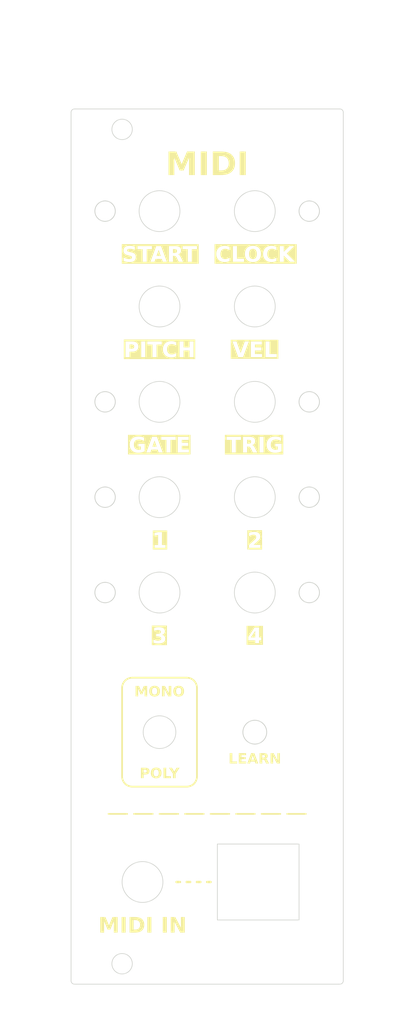
<source format=kicad_pcb>
(kicad_pcb (version 20241229) (generator "pcbnew") (generator_version "9.0")
  (layers (0 "F.Cu" signal) (2 "B.Cu" signal) (13 "F.Paste" user) (15 "B.Paste" user) (5 "F.SilkS" user "F.Silkscreen") (7 "B.SilkS" user "B.Silkscreen") (1 "F.Mask" user) (3 "B.Mask" user) (25 "Edge.Cuts" user))
  (net 0 "")
  (footprint "TimsLib:Frontpanel_LED_3mm" (layer "F.Cu") (at 135 106)
    (property "Reference" "REF**" (hide yes))
    (property "Value" "Frontpanel_LED_3mm" (hide yes))
    (fp_circle (center 0 0) (end 1.5 0) (stroke (width 0.12)) (fill no) (layer "Edge.Cuts"))
  )
  (footprint "TimsLib:Frontpanel_LED_3mm" (layer "F.Cu") (at 135 78)
    (property "Reference" "REF**" (hide yes))
    (property "Value" "Frontpanel_LED_3mm" (hide yes))
    (fp_circle (center 0 0) (end 1.5 0) (stroke (width 0.12)) (fill no) (layer "Edge.Cuts"))
  )
  (footprint "TimsLib:Frontpanel_AudioJack" (layer "F.Cu") (at 110.5 148.5)
    (property "Reference" "REF**" (hide yes))
    (property "Value" "Frontpanel_AudioJack" (hide yes))
    (fp_circle (center 0 0) (end 3 0) (stroke (width 0.1)) (fill no) (layer "Edge.Cuts"))
    (fp_text user "MIDI IN" (at 0 6.5 0) (layer "F.SilkS") (effects (font (size 2.25 2.25) (thickness 0.2) (bold yes))))
  )
  (footprint "TimsLib:Frontpanel_LED_3mm" (layer "F.Cu") (at 135 50)
    (property "Reference" "REF**" (hide yes))
    (property "Value" "Frontpanel_LED_3mm" (hide yes))
    (fp_circle (center 0 0) (end 1.5 0) (stroke (width 0.12)) (fill no) (layer "Edge.Cuts"))
  )
  (footprint "TimsLib:Frontpanel_Switch_SubMini" (layer "F.Cu") (at 113 126.5)
    (property "Reference" "REF**" (hide yes))
    (property "Value" "Frontpanel_Switch_SubMini" (hide yes))
    (fp_circle (center 0 0) (end 2.4 0) (stroke (width 0.1)) (fill no) (layer "Edge.Cuts"))
    (fp_text user "MONO" (at 0.000001 -5.876081 0) (layer "F.SilkS") (effects (font (size 1.5 1.5) (thickness 0.2) (bold yes))))
    (fp_text user "POLY" (at 0.000001 6.130987 0) (layer "F.SilkS") (effects (font (size 1.5 1.5) (thickness 0.2) (bold yes))))
  )
  (footprint "TimsLib:Frontpanel_LED_3mm" (layer "F.Cu") (at 105 106)
    (property "Reference" "REF**" (hide yes))
    (property "Value" "Frontpanel_LED_3mm" (hide yes))
    (fp_circle (center 0 0) (end 1.5 0) (stroke (width 0.12)) (fill no) (layer "Edge.Cuts"))
  )
  (footprint "TimsLib:Frontpanel_AudioJack" (layer "F.Cu") (at 127 92)
    (property "Reference" "REF**" (hide yes))
    (property "Value" "Frontpanel_AudioJack" (hide yes))
    (fp_circle (center 0 0) (end 3 0) (stroke (width 0.1)) (fill no) (layer "Edge.Cuts"))
    (fp_text user "2" (at 0 6.5 0) (layer "F.SilkS" knockout) (effects (font (size 2.25 2.25) (thickness 0.2) (bold yes))))
  )
  (footprint "TimsLib:Frontpanel_LED_3mm" (layer "F.Cu") (at 105 92)
    (property "Reference" "REF**" (hide yes))
    (property "Value" "Frontpanel_LED_3mm" (hide yes))
    (fp_circle (center 0 0) (end 1.5 0) (stroke (width 0.12)) (fill no) (layer "Edge.Cuts"))
  )
  (footprint "TimsLib:Frontpanel_AudioJack" (layer "F.Cu") (at 113 50)
    (property "Reference" "REF**" (hide yes))
    (property "Value" "Frontpanel_AudioJack" (hide yes))
    (fp_circle (center 0 0) (end 3 0) (stroke (width 0.1)) (fill no) (layer "Edge.Cuts"))
    (fp_text user "START" (at 0 6.5 0) (layer "F.SilkS" knockout) (effects (font (size 2.25 2.25) (thickness 0.2) (bold yes))))
  )
  (footprint "TimsLib:Frontpanel_LED_3mm" (layer "F.Cu") (at 105 78)
    (property "Reference" "REF**" (hide yes))
    (property "Value" "Frontpanel_LED_3mm" (hide yes))
    (fp_circle (center 0 0) (end 1.5 0) (stroke (width 0.12)) (fill no) (layer "Edge.Cuts"))
  )
  (footprint "TimsLib:Frontpanel_LED_3mm" (layer "F.Cu") (at 105 50)
    (property "Reference" "REF**" (hide yes))
    (property "Value" "Frontpanel_LED_3mm" (hide yes))
    (fp_circle (center 0 0) (end 1.5 0) (stroke (width 0.12)) (fill no) (layer "Edge.Cuts"))
  )
  (footprint "TimsLib:Frontpanel_AudioJack" (layer "F.Cu") (at 127 106)
    (property "Reference" "REF**" (hide yes))
    (property "Value" "Frontpanel_AudioJack" (hide yes))
    (fp_circle (center 0 0) (end 3 0) (stroke (width 0.1)) (fill no) (layer "Edge.Cuts"))
    (fp_text user "4" (at 0 6.5 0) (layer "F.SilkS" knockout) (effects (font (size 2.25 2.25) (thickness 0.2) (bold yes))))
  )
  (footprint "TimsLib:Frontpanel_AudioJack" (layer "F.Cu") (at 113 106)
    (property "Reference" "REF**" (hide yes))
    (property "Value" "Frontpanel_AudioJack" (hide yes))
    (fp_circle (center 0 0) (end 3 0) (stroke (width 0.1)) (fill no) (layer "Edge.Cuts"))
    (fp_text user "3" (at 0 6.5 0) (layer "F.SilkS" knockout) (effects (font (size 2.25 2.25) (thickness 0.2) (bold yes))))
  )
  (footprint "TimsLib:Frontpanel_TactButton_6mm" (layer "F.Cu") (at 127 126.5)
    (property "Reference" "REF**" (hide yes))
    (property "Value" "Frontpanel_TactButton_6mm" (hide yes))
    (fp_circle (center 0 0) (end 1.75 0) (stroke (width 0.12)) (fill no) (layer "Edge.Cuts"))
    (fp_text user "LEARN" (at 0 3.980987 0) (layer "F.SilkS") (effects (font (size 1.5 1.5) (thickness 0.2) (bold yes))))
  )
  (footprint "TimsLib:Frontpanel_AudioJack" (layer "F.Cu") (at 127 78)
    (property "Reference" "REF**" (hide yes))
    (property "Value" "Frontpanel_AudioJack" (hide yes))
    (fp_circle (center 0 0) (end 3 0) (stroke (width 0.1)) (fill no) (layer "Edge.Cuts"))
    (fp_text user "TRIG" (at 0 6.5 0) (layer "F.SilkS" knockout) (effects (font (size 2.25 2.25) (thickness 0.2) (bold yes))))
  )
  (footprint "TimsLib:Frontpanel_AudioJack" (layer "F.Cu") (at 113 78)
    (property "Reference" "REF**" (hide yes))
    (property "Value" "Frontpanel_AudioJack" (hide yes))
    (fp_circle (center 0 0) (end 3 0) (stroke (width 0.1)) (fill no) (layer "Edge.Cuts"))
    (fp_text user "GATE" (at 0 6.5 0) (layer "F.SilkS" knockout) (effects (font (size 2.25 2.25) (thickness 0.2) (bold yes))))
  )
  (footprint "TimsLib:Frontpanel_AudioJack" (layer "F.Cu") (at 113 92)
    (property "Reference" "REF**" (hide yes))
    (property "Value" "Frontpanel_AudioJack" (hide yes))
    (fp_circle (center 0 0) (end 3 0) (stroke (width 0.1)) (fill no) (layer "Edge.Cuts"))
    (fp_text user "1" (at 0 6.5 0) (layer "F.SilkS" knockout) (effects (font (size 2.25 2.25) (thickness 0.2) (bold yes))))
  )
  (footprint "TimsLib:Frontpanel_AudioJack" (layer "F.Cu") (at 127 64)
    (property "Reference" "REF**" (hide yes))
    (property "Value" "Frontpanel_AudioJack" (hide yes))
    (fp_circle (center 0 0) (end 3 0) (stroke (width 0.1)) (fill no) (layer "Edge.Cuts"))
    (fp_text user "VEL" (at 0 6.5 0) (layer "F.SilkS" knockout) (effects (font (size 2.25 2.25) (thickness 0.2) (bold yes))))
  )
  (footprint "TimsLib:Frontpanel_LED_3mm" (layer "F.Cu") (at 135 92)
    (property "Reference" "REF**" (hide yes))
    (property "Value" "Frontpanel_LED_3mm" (hide yes))
    (fp_circle (center 0 0) (end 1.5 0) (stroke (width 0.12)) (fill no) (layer "Edge.Cuts"))
  )
  (footprint "TimsLib:Frontpanel_AudioJack" (layer "F.Cu") (at 113 64)
    (property "Reference" "REF**" (hide yes))
    (property "Value" "Frontpanel_AudioJack" (hide yes))
    (fp_circle (center 0 0) (end 3 0) (stroke (width 0.1)) (fill no) (layer "Edge.Cuts"))
    (fp_text user "PITCH" (at 0 6.5 0) (layer "F.SilkS" knockout) (effects (font (size 2.25 2.25) (thickness 0.2) (bold yes))))
  )
  (footprint "TimsLib:Frontpanel_AudioJack" (layer "F.Cu") (at 127 50)
    (property "Reference" "REF**" (hide yes))
    (property "Value" "Frontpanel_AudioJack" (hide yes))
    (fp_circle (center 0 0) (end 3 0) (stroke (width 0.1)) (fill no) (layer "Edge.Cuts"))
    (fp_text user "CLOCK" (at 0 6.5 0) (layer "F.SilkS" knockout) (effects (font (size 2.25 2.25) (thickness 0.2) (bold yes))))
  )
  (gr_line (start 115.5 148.5) (end 116 148.5) (stroke (width 0.35)) (layer "F.SilkS"))
  (gr_line (start 105.5 138.5) (end 134.5 138.5) (stroke (width 0.25) (type dash)) (layer "F.SilkS"))
  (gr_line (start 109 134.5) (end 117 134.5) (stroke (width 0.25)) (layer "F.SilkS"))
  (gr_line (start 117 148.5) (end 117.5 148.5) (stroke (width 0.35)) (layer "F.SilkS"))
  (gr_line (start 118.5 148.5) (end 119 148.5) (stroke (width 0.35)) (layer "F.SilkS"))
  (gr_arc (start 118.5 133) (mid 118.06066 134.06066) (end 117 134.5) (stroke (width 0.25)) (layer "F.SilkS"))
  (gr_line (start 119.999998 148.5) (end 120.499998 148.5) (stroke (width 0.35)) (layer "F.SilkS"))
  (gr_arc (start 117 118.5) (mid 118.06066 118.93934) (end 118.5 120) (stroke (width 0.25)) (layer "F.SilkS"))
  (gr_arc (start 107.5 120) (mid 107.93934 118.93934) (end 109 118.5) (stroke (width 0.25)) (layer "F.SilkS"))
  (gr_arc (start 109 134.5) (mid 107.93934 134.06066) (end 107.5 133) (stroke (width 0.25)) (layer "F.SilkS"))
  (gr_line (start 118.5 120) (end 118.5 133) (stroke (width 0.25)) (layer "F.SilkS"))
  (gr_line (start 109 118.5) (end 117 118.5) (stroke (width 0.25)) (layer "F.SilkS"))
  (gr_line (start 107.5 133) (end 107.5 120) (stroke (width 0.25)) (layer "F.SilkS"))
  (gr_arc (start 139.5 35.000002) (mid 139.853555 35.146447) (end 140 35.500002) (stroke (width 0.1)) (layer "Edge.Cuts"))
  (gr_circle (center 107.5 160.5) (end 109 160.5) (stroke (width 0.1)) (fill no) (layer "Edge.Cuts"))
  (gr_line (start 100.499999 35.000002) (end 139.5 35.000002) (stroke (width 0.1)) (layer "Edge.Cuts"))
  (gr_line (start 100 35.5) (end 100 163) (stroke (width 0.1)) (layer "Edge.Cuts"))
  (gr_line (start 140 35.500002) (end 139.999997 162.999996) (stroke (width 0.1)) (layer "Edge.Cuts"))
  (gr_arc (start 99.999999 35.500002) (mid 100.146444 35.146447) (end 100.499999 35.000002) (stroke (width 0.1)) (layer "Edge.Cuts"))
  (gr_line (start 100.499999 163.499996) (end 139.5 163.5) (stroke (width 0.1)) (layer "Edge.Cuts"))
  (gr_circle (center 107.5 38) (end 109 38) (stroke (width 0.1)) (fill no) (layer "Edge.Cuts"))
  (gr_arc (start 139.999997 162.999996) (mid 139.853552 163.353551) (end 139.499997 163.499996) (stroke (width 0.1)) (layer "Edge.Cuts"))
  (gr_arc (start 100.499999 163.499996) (mid 100.146444 163.353551) (end 99.999999 162.999996) (stroke (width 0.1)) (layer "Edge.Cuts"))
  (gr_rect (start 121.5 142.925) (end 133.5 154.075) (stroke (width 0.1)) (fill no) (layer "Edge.Cuts"))
  (gr_text "MIDI" (at 119.999999 43.297811 0) (layer "F.SilkS") (effects (font (size 3.4 3.4) (thickness 0.2) (bold yes))))
)
</source>
